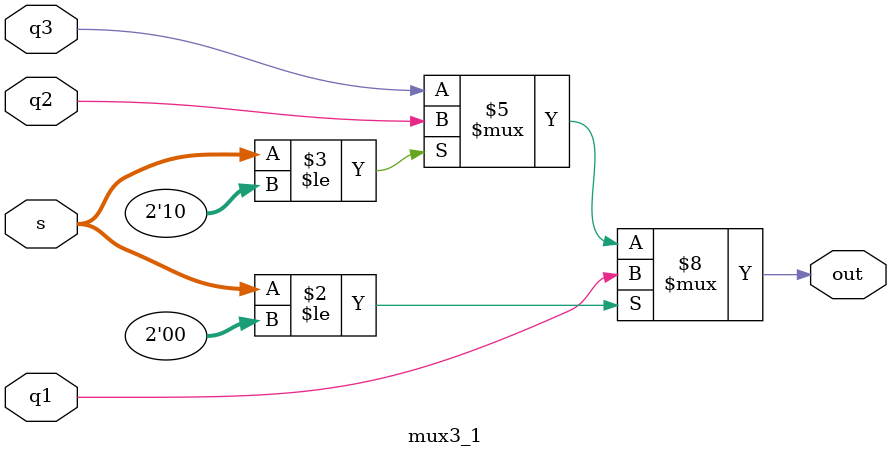
<source format=v>
module mux3_1 (q1,q2,q3,s,out);

input q1,q2,q3;
input [1:0] s;
output reg out;

always @(*)
begin
   if (s<=2'b00)
	begin
	out<= q1;
	end
	else if (s<=2'b10) 
	begin
	out<= q2;
	end
	else begin
	out<= q3;
	end
end	
endmodule	
</source>
